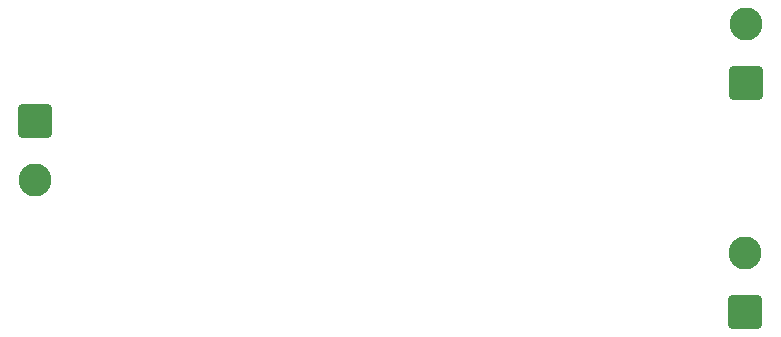
<source format=gbr>
%TF.GenerationSoftware,KiCad,Pcbnew,9.0.0*%
%TF.CreationDate,2025-04-24T17:44:58-04:00*%
%TF.ProjectId,power_systems,706f7765-725f-4737-9973-74656d732e6b,rev?*%
%TF.SameCoordinates,Original*%
%TF.FileFunction,Soldermask,Bot*%
%TF.FilePolarity,Negative*%
%FSLAX46Y46*%
G04 Gerber Fmt 4.6, Leading zero omitted, Abs format (unit mm)*
G04 Created by KiCad (PCBNEW 9.0.0) date 2025-04-24 17:44:58*
%MOMM*%
%LPD*%
G01*
G04 APERTURE LIST*
G04 Aperture macros list*
%AMRoundRect*
0 Rectangle with rounded corners*
0 $1 Rounding radius*
0 $2 $3 $4 $5 $6 $7 $8 $9 X,Y pos of 4 corners*
0 Add a 4 corners polygon primitive as box body*
4,1,4,$2,$3,$4,$5,$6,$7,$8,$9,$2,$3,0*
0 Add four circle primitives for the rounded corners*
1,1,$1+$1,$2,$3*
1,1,$1+$1,$4,$5*
1,1,$1+$1,$6,$7*
1,1,$1+$1,$8,$9*
0 Add four rect primitives between the rounded corners*
20,1,$1+$1,$2,$3,$4,$5,0*
20,1,$1+$1,$4,$5,$6,$7,0*
20,1,$1+$1,$6,$7,$8,$9,0*
20,1,$1+$1,$8,$9,$2,$3,0*%
G04 Aperture macros list end*
%ADD10RoundRect,0.250001X1.149999X-1.149999X1.149999X1.149999X-1.149999X1.149999X-1.149999X-1.149999X0*%
%ADD11C,2.800000*%
%ADD12RoundRect,0.250001X-1.149999X1.149999X-1.149999X-1.149999X1.149999X-1.149999X1.149999X1.149999X0*%
G04 APERTURE END LIST*
D10*
%TO.C,J3*%
X89900000Y-68800000D03*
D11*
X89900000Y-63800000D03*
%TD*%
D10*
%TO.C,J2*%
X90000000Y-49400000D03*
D11*
X90000000Y-44400000D03*
%TD*%
D12*
%TO.C,J1*%
X29800000Y-52600000D03*
D11*
X29800000Y-57600000D03*
%TD*%
M02*

</source>
